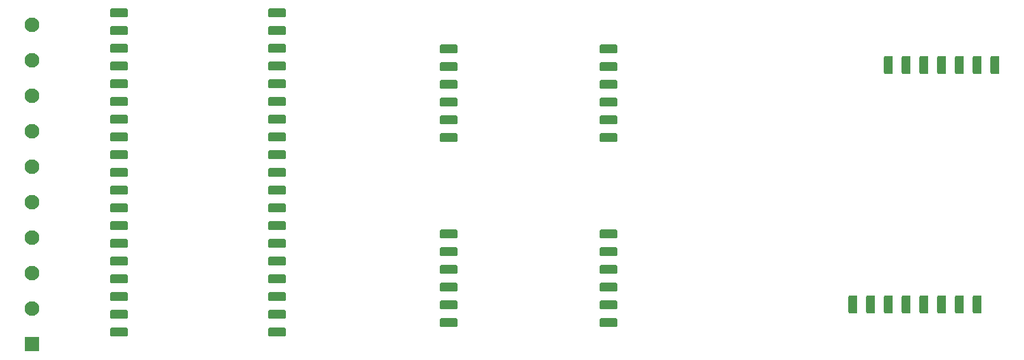
<source format=gts>
G04 #@! TF.GenerationSoftware,KiCad,Pcbnew,9.0.0-9.0.0-2~ubuntu24.04.1*
G04 #@! TF.CreationDate,2025-04-02T00:55:11+02:00*
G04 #@! TF.ProjectId,Sensor_Mount,53656e73-6f72-45f4-9d6f-756e742e6b69,rev?*
G04 #@! TF.SameCoordinates,Original*
G04 #@! TF.FileFunction,Soldermask,Top*
G04 #@! TF.FilePolarity,Negative*
%FSLAX46Y46*%
G04 Gerber Fmt 4.6, Leading zero omitted, Abs format (unit mm)*
G04 Created by KiCad (PCBNEW 9.0.0-9.0.0-2~ubuntu24.04.1) date 2025-04-02 00:55:11*
%MOMM*%
%LPD*%
G01*
G04 APERTURE LIST*
G04 Aperture macros list*
%AMRoundRect*
0 Rectangle with rounded corners*
0 $1 Rounding radius*
0 $2 $3 $4 $5 $6 $7 $8 $9 X,Y pos of 4 corners*
0 Add a 4 corners polygon primitive as box body*
4,1,4,$2,$3,$4,$5,$6,$7,$8,$9,$2,$3,0*
0 Add four circle primitives for the rounded corners*
1,1,$1+$1,$2,$3*
1,1,$1+$1,$4,$5*
1,1,$1+$1,$6,$7*
1,1,$1+$1,$8,$9*
0 Add four rect primitives between the rounded corners*
20,1,$1+$1,$2,$3,$4,$5,0*
20,1,$1+$1,$4,$5,$6,$7,0*
20,1,$1+$1,$6,$7,$8,$9,0*
20,1,$1+$1,$8,$9,$2,$3,0*%
G04 Aperture macros list end*
%ADD10RoundRect,0.250001X0.799999X-0.799999X0.799999X0.799999X-0.799999X0.799999X-0.799999X-0.799999X0*%
%ADD11C,2.100000*%
%ADD12RoundRect,0.190500X-1.079500X-0.444500X1.079500X-0.444500X1.079500X0.444500X-1.079500X0.444500X0*%
%ADD13RoundRect,0.190500X-0.444500X1.079500X-0.444500X-1.079500X0.444500X-1.079500X0.444500X1.079500X0*%
G04 APERTURE END LIST*
D10*
X88500000Y-86720000D03*
D11*
X88500000Y-81640000D03*
X88500000Y-76560000D03*
X88500000Y-71480000D03*
X88500000Y-66400000D03*
X88500000Y-61320000D03*
X88500000Y-56240000D03*
X88500000Y-51160000D03*
X88500000Y-46080000D03*
X88500000Y-41000000D03*
D12*
X148140000Y-71000000D03*
X148140000Y-73540000D03*
X148140000Y-76080000D03*
X148140000Y-78620000D03*
X148140000Y-81160000D03*
X148140000Y-83700000D03*
X171000000Y-71000000D03*
X171000000Y-73540000D03*
X171000000Y-76080000D03*
X171000000Y-78620000D03*
X171000000Y-81160000D03*
X171000000Y-83700000D03*
X148140000Y-44500000D03*
X148140000Y-47040000D03*
X148140000Y-49580000D03*
X148140000Y-52120000D03*
X148140000Y-54660000D03*
X148140000Y-57200000D03*
X171000000Y-44500000D03*
X171000000Y-47040000D03*
X171000000Y-49580000D03*
X171000000Y-52120000D03*
X171000000Y-54660000D03*
X171000000Y-57200000D03*
X101000000Y-39280000D03*
X101000000Y-41820000D03*
X101000000Y-44360000D03*
X101000000Y-46900000D03*
X101000000Y-49440000D03*
X101000000Y-51980000D03*
X101000000Y-54520000D03*
X101000000Y-57060000D03*
X101000000Y-59600000D03*
X101000000Y-62140000D03*
X101000000Y-64680000D03*
X101000000Y-67220000D03*
X101000000Y-69760000D03*
X101000000Y-72300000D03*
X101000000Y-74840000D03*
X101000000Y-77380000D03*
X101000000Y-79920000D03*
X101000000Y-82460000D03*
X101000000Y-85000000D03*
X123606000Y-39280000D03*
X123606000Y-41820000D03*
X123606000Y-44360000D03*
X123606000Y-46900000D03*
X123606000Y-49440000D03*
X123606000Y-51980000D03*
X123606000Y-54520000D03*
X123606000Y-57060000D03*
X123606000Y-59600000D03*
X123606000Y-62140000D03*
X123606000Y-64680000D03*
X123606000Y-67220000D03*
X123606000Y-69760000D03*
X123606000Y-72300000D03*
X123606000Y-74840000D03*
X123606000Y-77380000D03*
X123606000Y-79920000D03*
X123606000Y-82460000D03*
X123606000Y-85000000D03*
D13*
X206000000Y-81018000D03*
X208540000Y-81018000D03*
X211080000Y-81018000D03*
X213620000Y-81018000D03*
X216160000Y-81018000D03*
X218700000Y-81018000D03*
X221240000Y-81018000D03*
X223780000Y-81018000D03*
X211080000Y-46728000D03*
X213620000Y-46728000D03*
X216160000Y-46728000D03*
X218700000Y-46728000D03*
X221240000Y-46728000D03*
X223780000Y-46728000D03*
X226320000Y-46728000D03*
M02*

</source>
